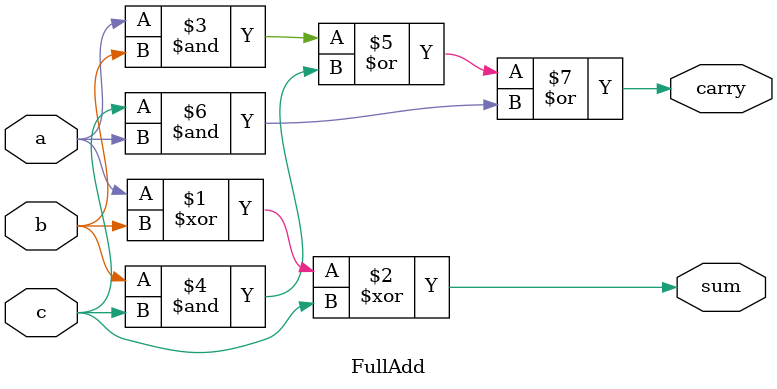
<source format=v>
module FullAdd(a,b,c,sum,carry);
input a,b,c;
output sum,carry;
assign sum=(a^b^c);
assign carry=(a&b)|(b&c)|(c&a);
endmodule


</source>
